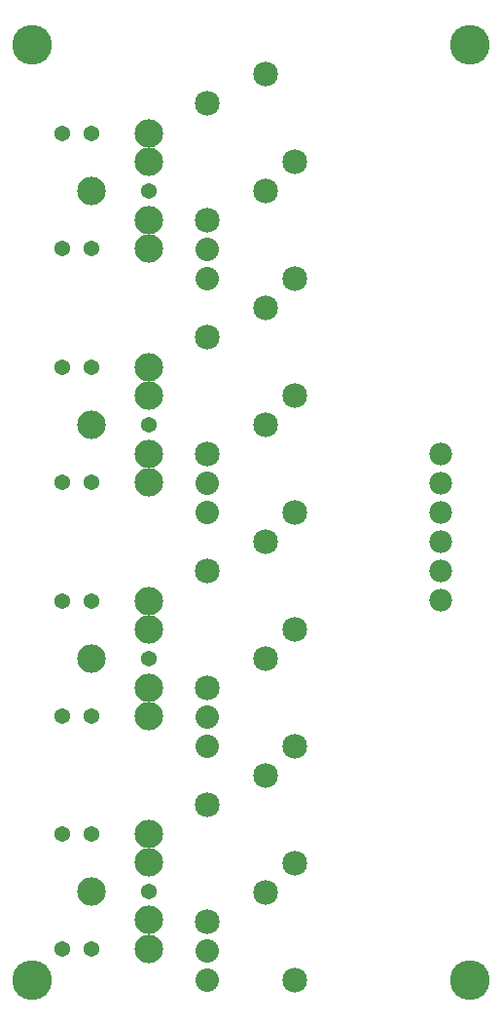
<source format=gbs>
G04 MADE WITH FRITZING*
G04 WWW.FRITZING.ORG*
G04 DOUBLE SIDED*
G04 HOLES PLATED*
G04 CONTOUR ON CENTER OF CONTOUR VECTOR*
%ASAXBY*%
%FSLAX23Y23*%
%MOIN*%
%OFA0B0*%
%SFA1.0B1.0*%
%ADD10C,0.135984*%
%ADD11C,0.097695*%
%ADD12C,0.097722*%
%ADD13C,0.054000*%
%ADD14C,0.080000*%
%ADD15C,0.085000*%
%ADD16C,0.077559*%
%LNMASK0*%
G90*
G70*
G54D10*
X1625Y3307D03*
X125Y3307D03*
G54D11*
X328Y2005D03*
G54D12*
X525Y2202D03*
X525Y2104D03*
G54D11*
X525Y1907D03*
G54D12*
X525Y1808D03*
G54D13*
X230Y2202D03*
X230Y1808D03*
X328Y1808D03*
X525Y2005D03*
X328Y2202D03*
G54D11*
X328Y1205D03*
G54D12*
X525Y1402D03*
X525Y1304D03*
G54D11*
X525Y1107D03*
G54D12*
X525Y1008D03*
G54D13*
X230Y1402D03*
X230Y1008D03*
X328Y1008D03*
X525Y1205D03*
X328Y1402D03*
G54D11*
X328Y2805D03*
G54D12*
X525Y3002D03*
X525Y2904D03*
G54D11*
X525Y2707D03*
G54D12*
X525Y2608D03*
G54D13*
X230Y3002D03*
X230Y2608D03*
X328Y2608D03*
X525Y2805D03*
X328Y3002D03*
G54D14*
X725Y1707D03*
X725Y1807D03*
X725Y907D03*
X725Y1007D03*
X725Y2507D03*
X725Y2607D03*
G54D15*
X725Y2307D03*
X725Y1907D03*
X725Y1507D03*
X725Y1107D03*
X725Y3107D03*
X725Y2707D03*
X925Y2407D03*
X925Y2007D03*
X925Y1607D03*
X925Y1207D03*
X925Y3207D03*
X925Y2807D03*
X1025Y1707D03*
X1025Y2107D03*
X1025Y907D03*
X1025Y1307D03*
X1025Y2507D03*
X1025Y2907D03*
G54D16*
X1525Y1907D03*
X1525Y1807D03*
X1525Y1707D03*
X1525Y1607D03*
X1525Y1507D03*
X1525Y1407D03*
G54D11*
X328Y410D03*
G54D12*
X525Y607D03*
X525Y508D03*
G54D11*
X525Y312D03*
G54D12*
X525Y213D03*
G54D13*
X230Y607D03*
X230Y213D03*
X328Y213D03*
X525Y410D03*
X328Y607D03*
G54D15*
X725Y707D03*
X725Y307D03*
G54D14*
X725Y107D03*
X725Y207D03*
G54D15*
X925Y807D03*
X925Y407D03*
X1025Y107D03*
X1025Y507D03*
G54D10*
X125Y107D03*
X1625Y107D03*
G04 End of Mask0*
M02*
</source>
